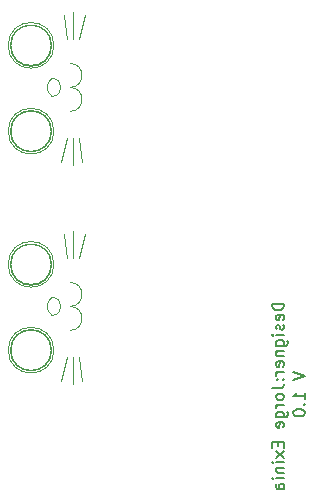
<source format=gbr>
G04 #@! TF.GenerationSoftware,KiCad,Pcbnew,(5.1.4)-1*
G04 #@! TF.CreationDate,2020-02-11T18:39:35-06:00*
G04 #@! TF.ProjectId,ArduinoBreakoutboardControl,41726475-696e-46f4-9272-65616b6f7574,rev?*
G04 #@! TF.SameCoordinates,Original*
G04 #@! TF.FileFunction,Legend,Bot*
G04 #@! TF.FilePolarity,Positive*
%FSLAX46Y46*%
G04 Gerber Fmt 4.6, Leading zero omitted, Abs format (unit mm)*
G04 Created by KiCad (PCBNEW (5.1.4)-1) date 2020-02-11 18:39:35*
%MOMM*%
%LPD*%
G04 APERTURE LIST*
%ADD10C,0.150000*%
%ADD11C,0.120000*%
G04 APERTURE END LIST*
D10*
X172299380Y-104394238D02*
X173299380Y-104727571D01*
X172299380Y-105060904D01*
X173299380Y-106679952D02*
X173299380Y-106108523D01*
X173299380Y-106394238D02*
X172299380Y-106394238D01*
X172442238Y-106299000D01*
X172537476Y-106203761D01*
X172585095Y-106108523D01*
X173204142Y-107108523D02*
X173251761Y-107156142D01*
X173299380Y-107108523D01*
X173251761Y-107060904D01*
X173204142Y-107108523D01*
X173299380Y-107108523D01*
X172299380Y-107775190D02*
X172299380Y-107870428D01*
X172347000Y-107965666D01*
X172394619Y-108013285D01*
X172489857Y-108060904D01*
X172680333Y-108108523D01*
X172918428Y-108108523D01*
X173108904Y-108060904D01*
X173204142Y-108013285D01*
X173251761Y-107965666D01*
X173299380Y-107870428D01*
X173299380Y-107775190D01*
X173251761Y-107679952D01*
X173204142Y-107632333D01*
X173108904Y-107584714D01*
X172918428Y-107537095D01*
X172680333Y-107537095D01*
X172489857Y-107584714D01*
X172394619Y-107632333D01*
X172347000Y-107679952D01*
X172299380Y-107775190D01*
X171521380Y-98568857D02*
X170521380Y-98568857D01*
X170521380Y-98806952D01*
X170569000Y-98949809D01*
X170664238Y-99045047D01*
X170759476Y-99092666D01*
X170949952Y-99140285D01*
X171092809Y-99140285D01*
X171283285Y-99092666D01*
X171378523Y-99045047D01*
X171473761Y-98949809D01*
X171521380Y-98806952D01*
X171521380Y-98568857D01*
X171473761Y-99949809D02*
X171521380Y-99854571D01*
X171521380Y-99664095D01*
X171473761Y-99568857D01*
X171378523Y-99521238D01*
X170997571Y-99521238D01*
X170902333Y-99568857D01*
X170854714Y-99664095D01*
X170854714Y-99854571D01*
X170902333Y-99949809D01*
X170997571Y-99997428D01*
X171092809Y-99997428D01*
X171188047Y-99521238D01*
X171473761Y-100378380D02*
X171521380Y-100473619D01*
X171521380Y-100664095D01*
X171473761Y-100759333D01*
X171378523Y-100806952D01*
X171330904Y-100806952D01*
X171235666Y-100759333D01*
X171188047Y-100664095D01*
X171188047Y-100521238D01*
X171140428Y-100426000D01*
X171045190Y-100378380D01*
X170997571Y-100378380D01*
X170902333Y-100426000D01*
X170854714Y-100521238D01*
X170854714Y-100664095D01*
X170902333Y-100759333D01*
X171521380Y-101235523D02*
X170854714Y-101235523D01*
X170521380Y-101235523D02*
X170569000Y-101187904D01*
X170616619Y-101235523D01*
X170569000Y-101283142D01*
X170521380Y-101235523D01*
X170616619Y-101235523D01*
X170854714Y-102140285D02*
X171664238Y-102140285D01*
X171759476Y-102092666D01*
X171807095Y-102045047D01*
X171854714Y-101949809D01*
X171854714Y-101806952D01*
X171807095Y-101711714D01*
X171473761Y-102140285D02*
X171521380Y-102045047D01*
X171521380Y-101854571D01*
X171473761Y-101759333D01*
X171426142Y-101711714D01*
X171330904Y-101664095D01*
X171045190Y-101664095D01*
X170949952Y-101711714D01*
X170902333Y-101759333D01*
X170854714Y-101854571D01*
X170854714Y-102045047D01*
X170902333Y-102140285D01*
X170854714Y-102616476D02*
X171521380Y-102616476D01*
X170949952Y-102616476D02*
X170902333Y-102664095D01*
X170854714Y-102759333D01*
X170854714Y-102902190D01*
X170902333Y-102997428D01*
X170997571Y-103045047D01*
X171521380Y-103045047D01*
X171473761Y-103902190D02*
X171521380Y-103806952D01*
X171521380Y-103616476D01*
X171473761Y-103521238D01*
X171378523Y-103473619D01*
X170997571Y-103473619D01*
X170902333Y-103521238D01*
X170854714Y-103616476D01*
X170854714Y-103806952D01*
X170902333Y-103902190D01*
X170997571Y-103949809D01*
X171092809Y-103949809D01*
X171188047Y-103473619D01*
X171521380Y-104378380D02*
X170854714Y-104378380D01*
X171045190Y-104378380D02*
X170949952Y-104426000D01*
X170902333Y-104473619D01*
X170854714Y-104568857D01*
X170854714Y-104664095D01*
X171426142Y-104997428D02*
X171473761Y-105045047D01*
X171521380Y-104997428D01*
X171473761Y-104949809D01*
X171426142Y-104997428D01*
X171521380Y-104997428D01*
X170902333Y-104997428D02*
X170949952Y-105045047D01*
X170997571Y-104997428D01*
X170949952Y-104949809D01*
X170902333Y-104997428D01*
X170997571Y-104997428D01*
X170521380Y-105759333D02*
X171235666Y-105759333D01*
X171378523Y-105711714D01*
X171473761Y-105616476D01*
X171521380Y-105473619D01*
X171521380Y-105378380D01*
X171521380Y-106378380D02*
X171473761Y-106283142D01*
X171426142Y-106235523D01*
X171330904Y-106187904D01*
X171045190Y-106187904D01*
X170949952Y-106235523D01*
X170902333Y-106283142D01*
X170854714Y-106378380D01*
X170854714Y-106521238D01*
X170902333Y-106616476D01*
X170949952Y-106664095D01*
X171045190Y-106711714D01*
X171330904Y-106711714D01*
X171426142Y-106664095D01*
X171473761Y-106616476D01*
X171521380Y-106521238D01*
X171521380Y-106378380D01*
X171521380Y-107140285D02*
X170854714Y-107140285D01*
X171045190Y-107140285D02*
X170949952Y-107187904D01*
X170902333Y-107235523D01*
X170854714Y-107330761D01*
X170854714Y-107426000D01*
X170854714Y-108187904D02*
X171664238Y-108187904D01*
X171759476Y-108140285D01*
X171807095Y-108092666D01*
X171854714Y-107997428D01*
X171854714Y-107854571D01*
X171807095Y-107759333D01*
X171473761Y-108187904D02*
X171521380Y-108092666D01*
X171521380Y-107902190D01*
X171473761Y-107806952D01*
X171426142Y-107759333D01*
X171330904Y-107711714D01*
X171045190Y-107711714D01*
X170949952Y-107759333D01*
X170902333Y-107806952D01*
X170854714Y-107902190D01*
X170854714Y-108092666D01*
X170902333Y-108187904D01*
X171473761Y-109045047D02*
X171521380Y-108949809D01*
X171521380Y-108759333D01*
X171473761Y-108664095D01*
X171378523Y-108616476D01*
X170997571Y-108616476D01*
X170902333Y-108664095D01*
X170854714Y-108759333D01*
X170854714Y-108949809D01*
X170902333Y-109045047D01*
X170997571Y-109092666D01*
X171092809Y-109092666D01*
X171188047Y-108616476D01*
X170997571Y-110283142D02*
X170997571Y-110616476D01*
X171521380Y-110759333D02*
X171521380Y-110283142D01*
X170521380Y-110283142D01*
X170521380Y-110759333D01*
X171521380Y-111092666D02*
X170854714Y-111616476D01*
X170854714Y-111092666D02*
X171521380Y-111616476D01*
X171521380Y-111997428D02*
X170854714Y-111997428D01*
X170521380Y-111997428D02*
X170569000Y-111949809D01*
X170616619Y-111997428D01*
X170569000Y-112045047D01*
X170521380Y-111997428D01*
X170616619Y-111997428D01*
X170854714Y-112473619D02*
X171521380Y-112473619D01*
X170949952Y-112473619D02*
X170902333Y-112521238D01*
X170854714Y-112616476D01*
X170854714Y-112759333D01*
X170902333Y-112854571D01*
X170997571Y-112902190D01*
X171521380Y-112902190D01*
X171521380Y-113378380D02*
X170854714Y-113378380D01*
X170521380Y-113378380D02*
X170569000Y-113330761D01*
X170616619Y-113378380D01*
X170569000Y-113426000D01*
X170521380Y-113378380D01*
X170616619Y-113378380D01*
X171521380Y-114283142D02*
X170997571Y-114283142D01*
X170902333Y-114235523D01*
X170854714Y-114140285D01*
X170854714Y-113949809D01*
X170902333Y-113854571D01*
X171473761Y-114283142D02*
X171521380Y-114187904D01*
X171521380Y-113949809D01*
X171473761Y-113854571D01*
X171378523Y-113806952D01*
X171283285Y-113806952D01*
X171188047Y-113854571D01*
X171140428Y-113949809D01*
X171140428Y-114187904D01*
X171092809Y-114283142D01*
D11*
X151892000Y-81025999D02*
G75*
G02X151892001Y-79502001I508000J761999D01*
G01*
X151892000Y-79502000D02*
G75*
G02X151892000Y-81026000I0J-762000D01*
G01*
X152048406Y-83976406D02*
G75*
G03X152048406Y-83976406I-1934406J0D01*
G01*
X151813494Y-83976406D02*
G75*
G03X151813494Y-83976406I-1699494J0D01*
G01*
X151865254Y-83976406D02*
G75*
G03X151865254Y-83976406I-1751254J0D01*
G01*
X153416000Y-78232000D02*
G75*
G02X153416000Y-80264000I0J-1016000D01*
G01*
X151865254Y-76734747D02*
G75*
G03X151865254Y-76734747I-1751254J0D01*
G01*
X151813494Y-76708000D02*
G75*
G03X151813494Y-76708000I-1699494J0D01*
G01*
X152048406Y-76708000D02*
G75*
G03X152048406Y-76708000I-1934406J0D01*
G01*
X153416000Y-80264000D02*
G75*
G02X153416000Y-82296000I0J-1016000D01*
G01*
X154178000Y-76200000D02*
X154686000Y-74168000D01*
X153670000Y-84582000D02*
X153670000Y-86868000D01*
X153162000Y-76200000D02*
X152908000Y-74168000D01*
X154178000Y-84582000D02*
X154432000Y-86614000D01*
X153670000Y-76200000D02*
X153670000Y-73914000D01*
X153162000Y-84582000D02*
X152654000Y-86614000D01*
X154178000Y-103124000D02*
X154432000Y-105156000D01*
X153670000Y-103124000D02*
X153670000Y-105410000D01*
X153162000Y-103124000D02*
X152654000Y-105156000D01*
X151865254Y-102518406D02*
G75*
G03X151865254Y-102518406I-1751254J0D01*
G01*
X153162000Y-94742000D02*
X152908000Y-92710000D01*
X151813494Y-95250000D02*
G75*
G03X151813494Y-95250000I-1699494J0D01*
G01*
X151865254Y-95276747D02*
G75*
G03X151865254Y-95276747I-1751254J0D01*
G01*
X152048406Y-95250000D02*
G75*
G03X152048406Y-95250000I-1934406J0D01*
G01*
X154178000Y-94742000D02*
X154686000Y-92710000D01*
X153670000Y-94742000D02*
X153670000Y-92456000D01*
X153416000Y-96774000D02*
G75*
G02X153416000Y-98806000I0J-1016000D01*
G01*
X153416000Y-98806000D02*
G75*
G02X153416000Y-100838000I0J-1016000D01*
G01*
X151892000Y-99567999D02*
G75*
G02X151892001Y-98044001I508000J761999D01*
G01*
X151892000Y-98044000D02*
G75*
G02X151892000Y-99568000I0J-762000D01*
G01*
X151813494Y-102518406D02*
G75*
G03X151813494Y-102518406I-1699494J0D01*
G01*
X152048406Y-102518406D02*
G75*
G03X152048406Y-102518406I-1934406J0D01*
G01*
M02*

</source>
